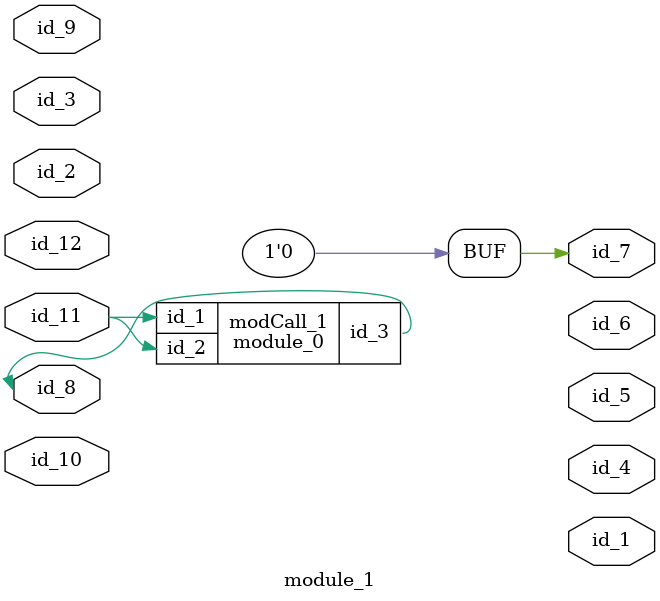
<source format=v>
module module_0 (
    id_1,
    id_2,
    id_3
);
  inout wire id_3;
  input wire id_2;
  input wire id_1;
  wire id_4;
endmodule
module module_1 (
    id_1,
    id_2,
    id_3,
    id_4,
    id_5,
    id_6,
    id_7,
    id_8,
    id_9,
    id_10,
    id_11,
    id_12
);
  input wire id_12;
  input wire id_11;
  input wire id_10;
  inout wire id_9;
  inout wire id_8;
  output wire id_7;
  output wire id_6;
  output wire id_5;
  output wire id_4;
  input wire id_3;
  input wire id_2;
  output wire id_1;
  module_0 modCall_1 (
      id_11,
      id_11,
      id_8
  );
  wire id_13;
  assign id_7 = 1 * 1 - 1;
endmodule

</source>
